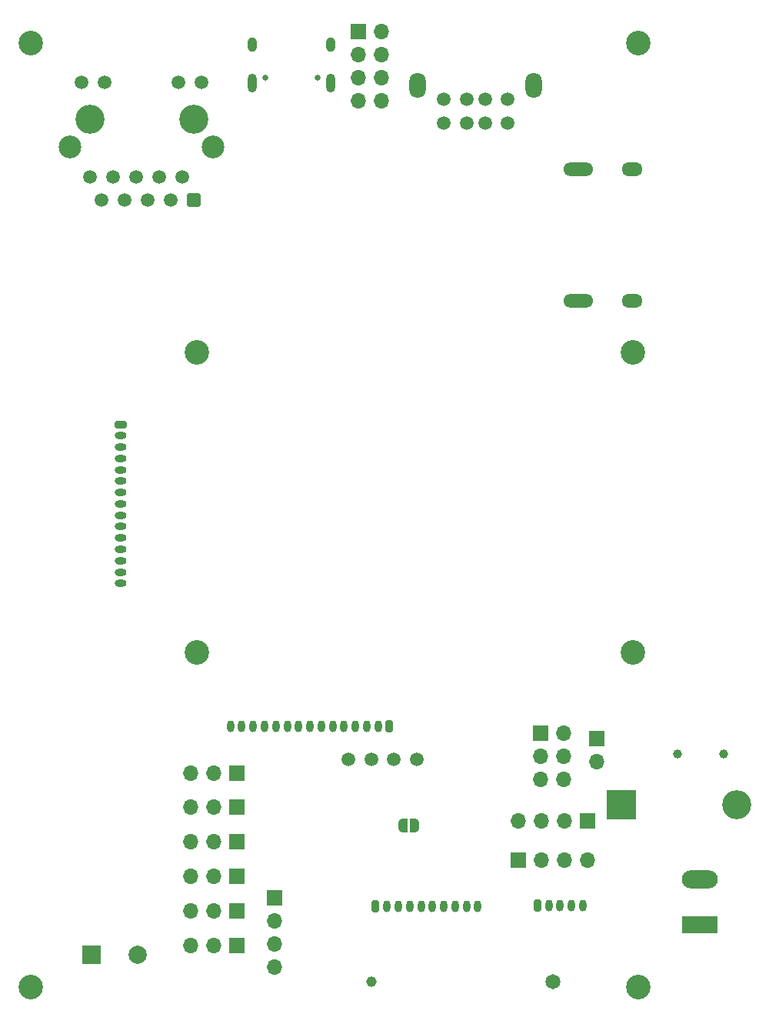
<source format=gbr>
%TF.GenerationSoftware,KiCad,Pcbnew,7.99.0-957-g18dd623122*%
%TF.CreationDate,2023-06-18T10:56:01-04:00*%
%TF.ProjectId,carrier,63617272-6965-4722-9e6b-696361645f70,V1.0*%
%TF.SameCoordinates,Original*%
%TF.FileFunction,Soldermask,Bot*%
%TF.FilePolarity,Negative*%
%FSLAX46Y46*%
G04 Gerber Fmt 4.6, Leading zero omitted, Abs format (unit mm)*
G04 Created by KiCad (PCBNEW 7.99.0-957-g18dd623122) date 2023-06-18 10:56:01*
%MOMM*%
%LPD*%
G01*
G04 APERTURE LIST*
G04 Aperture macros list*
%AMRoundRect*
0 Rectangle with rounded corners*
0 $1 Rounding radius*
0 $2 $3 $4 $5 $6 $7 $8 $9 X,Y pos of 4 corners*
0 Add a 4 corners polygon primitive as box body*
4,1,4,$2,$3,$4,$5,$6,$7,$8,$9,$2,$3,0*
0 Add four circle primitives for the rounded corners*
1,1,$1+$1,$2,$3*
1,1,$1+$1,$4,$5*
1,1,$1+$1,$6,$7*
1,1,$1+$1,$8,$9*
0 Add four rect primitives between the rounded corners*
20,1,$1+$1,$2,$3,$4,$5,0*
20,1,$1+$1,$4,$5,$6,$7,0*
20,1,$1+$1,$6,$7,$8,$9,0*
20,1,$1+$1,$8,$9,$2,$3,0*%
%AMFreePoly0*
4,1,19,0.000000,0.744911,0.071157,0.744911,0.207708,0.704816,0.327430,0.627875,0.420627,0.520320,0.479746,0.390866,0.500000,0.250000,0.500000,-0.250000,0.479746,-0.390866,0.420627,-0.520320,0.327430,-0.627875,0.207708,-0.704816,0.071157,-0.744911,0.000000,-0.744911,0.000000,-0.750000,-0.500000,-0.750000,-0.500000,0.750000,0.000000,0.750000,0.000000,0.744911,0.000000,0.744911,
$1*%
%AMFreePoly1*
4,1,19,0.500000,-0.750000,0.000000,-0.750000,0.000000,-0.744911,-0.071157,-0.744911,-0.207708,-0.704816,-0.327430,-0.627875,-0.420627,-0.520320,-0.479746,-0.390866,-0.500000,-0.250000,-0.500000,0.250000,-0.479746,0.390866,-0.420627,0.520320,-0.327430,0.627875,-0.207708,0.704816,-0.071157,0.744911,0.000000,0.744911,0.000000,0.750000,0.500000,0.750000,0.500000,-0.750000,0.500000,-0.750000,
$1*%
G04 Aperture macros list end*
%ADD10O,2.300000X1.500000*%
%ADD11O,3.300000X1.500000*%
%ADD12C,2.700000*%
%ADD13O,1.800000X2.800000*%
%ADD14C,1.500000*%
%ADD15C,2.500000*%
%ADD16RoundRect,0.250500X0.499500X0.499500X-0.499500X0.499500X-0.499500X-0.499500X0.499500X-0.499500X0*%
%ADD17C,3.200000*%
%ADD18O,1.700000X1.700000*%
%ADD19R,1.700000X1.700000*%
%ADD20O,1.300000X0.800000*%
%ADD21RoundRect,0.200000X-0.450000X0.200000X-0.450000X-0.200000X0.450000X-0.200000X0.450000X0.200000X0*%
%ADD22O,0.800000X1.300000*%
%ADD23RoundRect,0.200000X-0.200000X-0.450000X0.200000X-0.450000X0.200000X0.450000X-0.200000X0.450000X0*%
%ADD24C,1.650000*%
%ADD25C,1.150000*%
%ADD26RoundRect,0.200000X0.200000X0.450000X-0.200000X0.450000X-0.200000X-0.450000X0.200000X-0.450000X0*%
%ADD27O,1.000000X1.600000*%
%ADD28O,1.000000X2.100000*%
%ADD29C,0.650000*%
%ADD30O,3.960000X1.980000*%
%ADD31R,3.960000X1.980000*%
%ADD32C,1.000000*%
%ADD33O,3.200000X3.200000*%
%ADD34R,3.200000X3.200000*%
%ADD35C,2.000000*%
%ADD36R,2.000000X2.000000*%
%ADD37FreePoly0,0.000000*%
%ADD38FreePoly1,0.000000*%
G04 APERTURE END LIST*
D10*
%TO.C,J1*%
X66220495Y90029000D03*
X66220495Y75529000D03*
D11*
X60260495Y75529000D03*
X60260495Y90029000D03*
%TD*%
D12*
%TO.C,H1*%
X-5Y0D03*
%TD*%
D13*
%TO.C,J4*%
X42624995Y99245600D03*
X55424995Y99245600D03*
D14*
X45524995Y97695600D03*
X48024995Y97695600D03*
X50024995Y97695600D03*
X52524995Y97695600D03*
X45524995Y95075600D03*
X48024995Y95075600D03*
X50024995Y95075600D03*
X52524995Y95075600D03*
%TD*%
D15*
%TO.C,U10*%
X4342995Y92469000D03*
X20092995Y92469000D03*
D14*
X5587995Y99579000D03*
X8127995Y99579000D03*
X16307995Y99579000D03*
X18847995Y99579000D03*
X6502995Y89169000D03*
X7772995Y86629000D03*
X9042995Y89169000D03*
X10312995Y86629000D03*
X11582995Y89169000D03*
X12852995Y86629000D03*
X14122995Y89169000D03*
X15392995Y86629000D03*
X16662995Y89169000D03*
D16*
X17932995Y86629000D03*
D17*
X6502995Y95519000D03*
X17932995Y95519000D03*
%TD*%
D18*
%TO.C,J8*%
X61353995Y13960000D03*
X58813995Y13960000D03*
X56273995Y13960000D03*
D19*
X53733995Y13960000D03*
%TD*%
D18*
%TO.C,J12*%
X17665695Y16002000D03*
X20205695Y16002000D03*
D19*
X22745695Y16002000D03*
%TD*%
D12*
%TO.C,Module1*%
X66290995Y69840000D03*
X18290995Y69840000D03*
X66290995Y36840000D03*
X18290995Y36840000D03*
%TD*%
D18*
%TO.C,J9*%
X53723995Y18278000D03*
X56263995Y18278000D03*
X58803995Y18278000D03*
D19*
X61343995Y18278000D03*
%TD*%
D18*
%TO.C,J5*%
X58676995Y22850000D03*
X56136995Y22850000D03*
X58676995Y25390000D03*
X56136995Y25390000D03*
X58676995Y27930000D03*
D19*
X56136995Y27930000D03*
%TD*%
D20*
%TO.C,J6*%
X9963995Y44456000D03*
X9963995Y45706000D03*
X9963995Y46956000D03*
X9963995Y48206000D03*
X9963995Y49456000D03*
X9963995Y50706000D03*
X9963995Y51956000D03*
X9963995Y53206000D03*
X9963995Y54456000D03*
X9963995Y55706000D03*
X9963995Y56956000D03*
X9963995Y58206000D03*
X9963995Y59456000D03*
X9963995Y60706000D03*
D21*
X9963995Y61956000D03*
%TD*%
D22*
%TO.C,J10*%
X49238995Y8938000D03*
X47988995Y8938000D03*
X46738995Y8938000D03*
X45488995Y8938000D03*
X44238995Y8938000D03*
X42988995Y8938000D03*
X41738995Y8938000D03*
X40488995Y8938000D03*
X39238995Y8938000D03*
D23*
X37988995Y8938000D03*
%TD*%
D22*
%TO.C,J20*%
X60806995Y8991000D03*
X59556995Y8991000D03*
X58306995Y8991000D03*
X57056995Y8991000D03*
D23*
X55806995Y8991000D03*
%TD*%
D18*
%TO.C,J3*%
X38610995Y97526000D03*
X36070995Y97526000D03*
X38610995Y100066000D03*
X36070995Y100066000D03*
X38610995Y102606000D03*
X36070995Y102606000D03*
X38610995Y105146000D03*
D19*
X36070995Y105146000D03*
%TD*%
D24*
%TO.C,J18*%
X57511995Y633000D03*
D25*
X37511995Y633000D03*
%TD*%
D22*
%TO.C,J7*%
X22006995Y28692000D03*
X23256995Y28692000D03*
X24506995Y28692000D03*
X25756995Y28692000D03*
X27006995Y28692000D03*
X28256995Y28692000D03*
X29506995Y28692000D03*
X30756995Y28692000D03*
X32006995Y28692000D03*
X33256995Y28692000D03*
X34506995Y28692000D03*
X35756995Y28692000D03*
X37006995Y28692000D03*
X38256995Y28692000D03*
D26*
X39506995Y28692000D03*
%TD*%
D27*
%TO.C,J2*%
X24404995Y103726500D03*
D28*
X24404995Y99546500D03*
D27*
X33044995Y103726500D03*
D28*
X33044995Y99546500D03*
D29*
X25834995Y100076500D03*
X31614995Y100076500D03*
%TD*%
D12*
%TO.C,H4*%
X-5Y103886000D03*
%TD*%
D18*
%TO.C,J21*%
X62370995Y24871000D03*
D19*
X62370995Y27411000D03*
%TD*%
D18*
%TO.C,J11*%
X17665695Y23570000D03*
X20205695Y23570000D03*
D19*
X22745695Y23570000D03*
%TD*%
D18*
%TO.C,J17*%
X26836395Y2260000D03*
X26836395Y4800000D03*
X26836395Y7340000D03*
D19*
X26836395Y9880000D03*
%TD*%
D30*
%TO.C,J19*%
X73662995Y11848000D03*
D31*
X73662995Y6848000D03*
%TD*%
D32*
%TO.C,TP11*%
X71249995Y25644000D03*
%TD*%
D12*
%TO.C,H2*%
X66928995Y103886000D03*
%TD*%
D32*
%TO.C,TP12*%
X76329995Y25644000D03*
%TD*%
D18*
%TO.C,J14*%
X17665695Y19812000D03*
X20205695Y19812000D03*
D19*
X22745695Y19812000D03*
%TD*%
D33*
%TO.C,D12*%
X77726995Y20056000D03*
D34*
X65026995Y20056000D03*
%TD*%
D18*
%TO.C,J16*%
X17650695Y4572000D03*
X20190695Y4572000D03*
D19*
X22730695Y4572000D03*
%TD*%
D18*
%TO.C,J13*%
X17665695Y8382000D03*
X20205695Y8382000D03*
D19*
X22745695Y8382000D03*
%TD*%
D12*
%TO.C,H3*%
X66931995Y0D03*
%TD*%
D18*
%TO.C,J15*%
X17650695Y12192000D03*
X20190695Y12192000D03*
D19*
X22730695Y12192000D03*
%TD*%
D35*
%TO.C,BZ1*%
X11747495Y3556000D03*
D36*
X6747495Y3556000D03*
%TD*%
D37*
%TO.C,JP3*%
X42308995Y17770000D03*
D38*
X41008995Y17770000D03*
%TD*%
D14*
%TO.C,TP5*%
X34988995Y25080000D03*
%TD*%
%TO.C,TP4*%
X42488995Y25080000D03*
%TD*%
%TO.C,TP3*%
X39988995Y25080000D03*
%TD*%
%TO.C,TP6*%
X37488995Y25080000D03*
%TD*%
M02*

</source>
